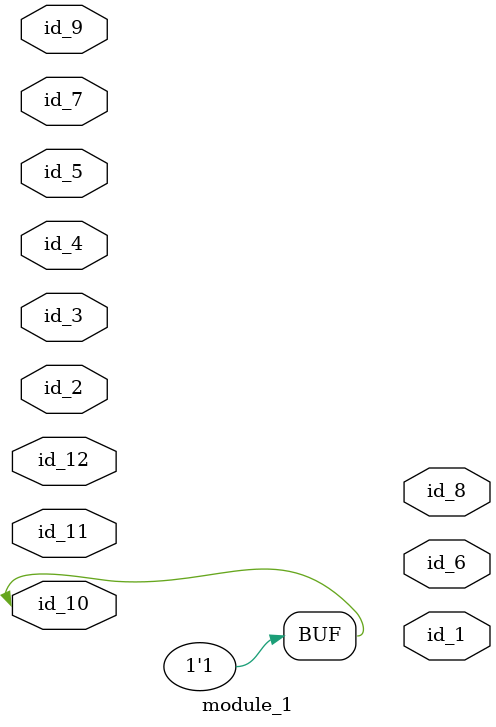
<source format=v>
module module_0 ();
  wire id_1;
  wire id_2;
endmodule
module module_1 (
    id_1,
    id_2,
    id_3,
    id_4,
    id_5,
    id_6,
    id_7,
    id_8,
    id_9,
    id_10,
    id_11,
    id_12
);
  inout wire id_12;
  module_0 modCall_1 ();
  input wire id_11;
  inout wire id_10;
  inout wire id_9;
  output wire id_8;
  input wire id_7;
  output wire id_6;
  input wire id_5;
  inout wire id_4;
  input wire id_3;
  inout wire id_2;
  output wire id_1;
  assign id_10 = 1;
endmodule

</source>
